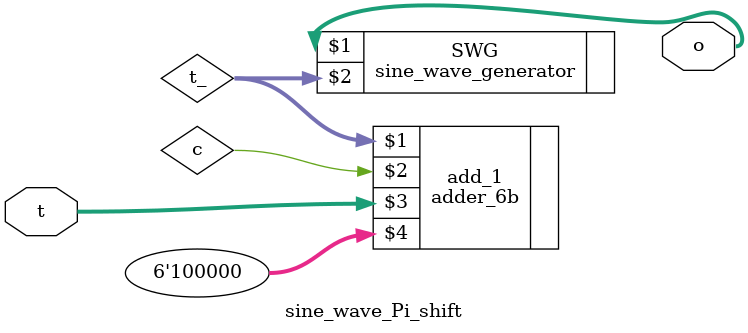
<source format=v>
module sine_wave_Pi_shift(o,t);             //SWG generating sinusoidal wave with phase diff of Pi
input [5:0]t;
output [15:0]o;
wire [5:0]t_;
wire c;
adder_6b add_1(t_,c,t,6'b100000);           //t_=t+32
sine_wave_generator SWG(o,t_);
endmodule

</source>
